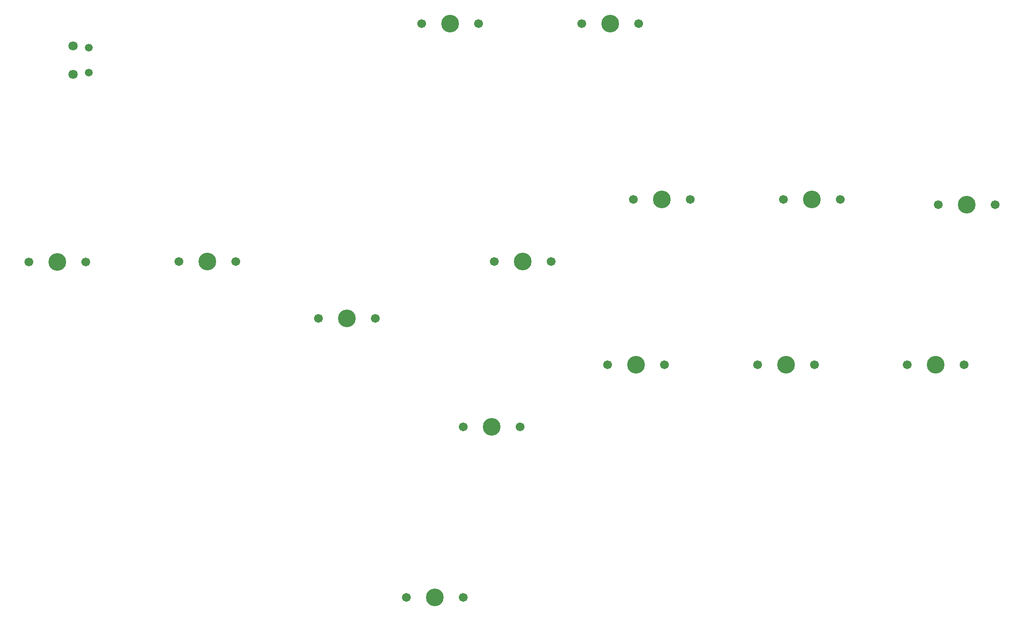
<source format=gbr>
%TF.GenerationSoftware,KiCad,Pcbnew,8.0.5*%
%TF.CreationDate,2024-12-27T20:29:08-05:00*%
%TF.ProjectId,with_usb_wired_v1,77697468-5f75-4736-925f-77697265645f,v1.0.0*%
%TF.SameCoordinates,Original*%
%TF.FileFunction,NonPlated,1,2,NPTH,Drill*%
%TF.FilePolarity,Positive*%
%FSLAX46Y46*%
G04 Gerber Fmt 4.6, Leading zero omitted, Abs format (unit mm)*
G04 Created by KiCad (PCBNEW 8.0.5) date 2024-12-27 20:29:08*
%MOMM*%
%LPD*%
G01*
G04 APERTURE LIST*
%TA.AperFunction,ComponentDrill*%
%ADD10C,1.500000*%
%TD*%
%TA.AperFunction,ComponentDrill*%
%ADD11C,1.701800*%
%TD*%
%TA.AperFunction,ComponentDrill*%
%ADD12C,1.800000*%
%TD*%
%TA.AperFunction,ComponentDrill*%
%ADD13C,3.429000*%
%TD*%
G04 APERTURE END LIST*
D10*
%TO.C,REF\u002A\u002A*%
X147030000Y-102575000D03*
X147030000Y-107425000D03*
D11*
%TO.C,S1*%
X135431165Y-144107445D03*
X146431165Y-144107445D03*
%TO.C,S2*%
X164500000Y-144000000D03*
X175500000Y-144000000D03*
%TO.C,S3*%
X191500000Y-155000000D03*
X202500000Y-155000000D03*
%TO.C,S4*%
X208500000Y-209000000D03*
%TO.C,S13*%
X211500000Y-97900000D03*
%TO.C,S5*%
X219500000Y-176000000D03*
%TO.C,S4*%
X219500000Y-209000000D03*
%TO.C,S13*%
X222500000Y-97900000D03*
%TO.C,S6*%
X225500000Y-144000000D03*
%TO.C,S5*%
X230500000Y-176000000D03*
%TO.C,S6*%
X236500000Y-144000000D03*
%TO.C,S14*%
X242500000Y-97900000D03*
%TO.C,S7*%
X247500000Y-164000000D03*
%TO.C,S8*%
X252500000Y-132000000D03*
%TO.C,S14*%
X253500000Y-97900000D03*
%TO.C,S7*%
X258500000Y-164000000D03*
%TO.C,S8*%
X263500000Y-132000000D03*
%TO.C,S9*%
X276500000Y-164000000D03*
%TO.C,S10*%
X281500000Y-132000000D03*
%TO.C,S9*%
X287500000Y-164000000D03*
%TO.C,S10*%
X292500000Y-132000000D03*
%TO.C,S11*%
X305500000Y-164000000D03*
%TO.C,S12*%
X311500000Y-133000000D03*
%TO.C,S11*%
X316500000Y-164000000D03*
%TO.C,S12*%
X322500000Y-133000000D03*
D12*
%TO.C,REF\u002A\u002A*%
X144000000Y-102275000D03*
X144000000Y-107725000D03*
D13*
%TO.C,S1*%
X140931165Y-144107445D03*
%TO.C,S2*%
X170000000Y-144000000D03*
%TO.C,S3*%
X197000000Y-155000000D03*
%TO.C,S4*%
X214000000Y-209000000D03*
%TO.C,S13*%
X217000000Y-97900000D03*
%TO.C,S5*%
X225000000Y-176000000D03*
%TO.C,S6*%
X231000000Y-144000000D03*
%TO.C,S14*%
X248000000Y-97900000D03*
%TO.C,S7*%
X253000000Y-164000000D03*
%TO.C,S8*%
X258000000Y-132000000D03*
%TO.C,S9*%
X282000000Y-164000000D03*
%TO.C,S10*%
X287000000Y-132000000D03*
%TO.C,S11*%
X311000000Y-164000000D03*
%TO.C,S12*%
X317000000Y-133000000D03*
M02*

</source>
